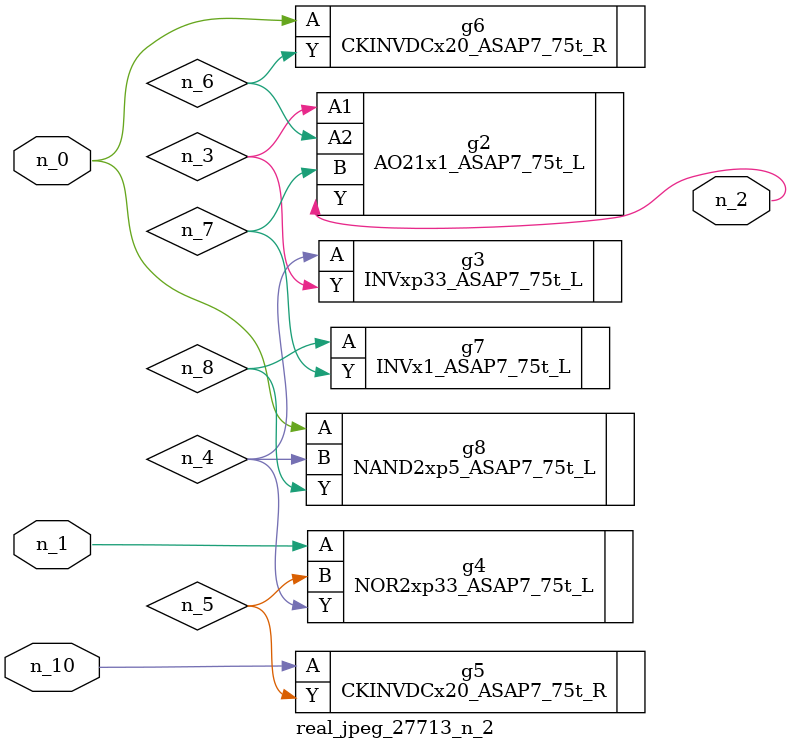
<source format=v>
module real_jpeg_27713_n_2 (n_1, n_10, n_0, n_2);

input n_1;
input n_10;
input n_0;

output n_2;

wire n_5;
wire n_4;
wire n_8;
wire n_6;
wire n_7;
wire n_3;

CKINVDCx20_ASAP7_75t_R g6 ( 
.A(n_0),
.Y(n_6)
);

NAND2xp5_ASAP7_75t_L g8 ( 
.A(n_0),
.B(n_4),
.Y(n_8)
);

NOR2xp33_ASAP7_75t_L g4 ( 
.A(n_1),
.B(n_5),
.Y(n_4)
);

AO21x1_ASAP7_75t_L g2 ( 
.A1(n_3),
.A2(n_6),
.B(n_7),
.Y(n_2)
);

INVxp33_ASAP7_75t_L g3 ( 
.A(n_4),
.Y(n_3)
);

INVx1_ASAP7_75t_L g7 ( 
.A(n_8),
.Y(n_7)
);

CKINVDCx20_ASAP7_75t_R g5 ( 
.A(n_10),
.Y(n_5)
);


endmodule
</source>
